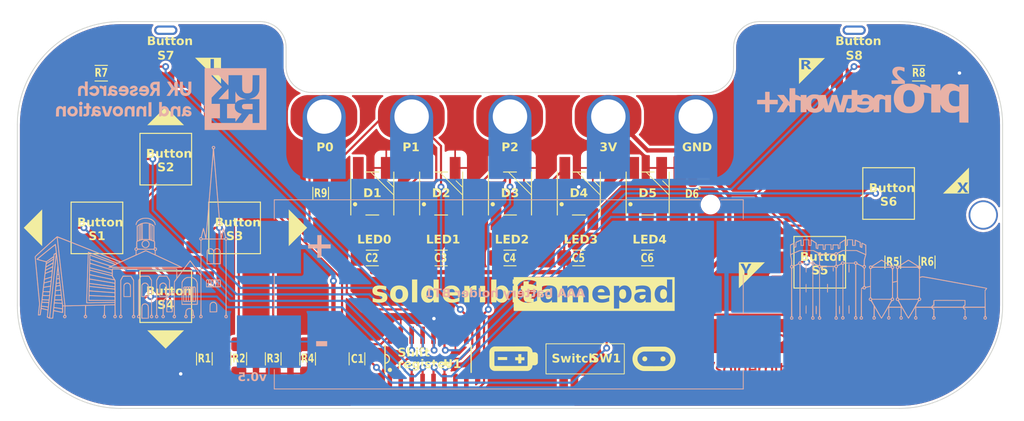
<source format=kicad_pcb>
(kicad_pcb (version 20240108) (generator "pcbnew") (generator_version "8.0")
  (title_block (title "solder:bit Gamepad soldering kit (with bumpers)") (date "2024-06-25") (rev "v0.5") (company "Lancaster University") (comment 1 "Aron Eggens"))
  (layers (0 "F.Cu" signal) (31 "B.Cu" signal) (34 "B.Paste" user) (35 "F.Paste" user) (36 "B.SilkS" user "B.Silkscreen") (37 "F.SilkS" user "F.Silkscreen") (38 "B.Mask" user) (39 "F.Mask" user) (44 "Edge.Cuts" user))
  (net 0 "")
  (net 1 "GND")
  (net 2 "Vubit")
  (net 3 "Net-(D1-DIN)")
  (net 4 "Net-(R1-Pad1)")
  (net 5 "Net-(R2-Pad1)")
  (net 6 "Net-(R3-Pad1)")
  (net 7 "Net-(R4-Pad1)")
  (net 8 "PL{slash}DATA")
  (net 9 "SER")
  (net 10 "CLK")
  (net 11 "BTN1")
  (net 13 "BTN2")
  (net 15 "BTN3")
  (net 17 "BTN4")
  (net 20 "BTN5")
  (net 21 "BTN6")
  (net 22 "Net-(R5-Pad1)")
  (net 23 "Net-(R6-Pad1)")
  (net 24 "BTN7")
  (net 25 "BTN8")
  (net 28 "Net-(BT1-+)")
  (net 29 "Vneo")
  (net 30 "Net-(D1-DOUT)")
  (net 31 "Net-(D2-DOUT)")
  (net 32 "Net-(D3-DOUT)")
  (net 33 "Net-(D4-DOUT)")
  (footprint "Solderbit_Gamepad:NeoPixel_WS2812B" (layer "F.Cu") (at 120.264719 56.514719)
    (property "Reference" "D5")
    (property "Value" "WS2812B" (hide yes))
  )
  (footprint "clipboard:2530302b-2469-4c92-a02c-03a2972aa858" (layer "F.Cu") (at 65.732802 73.080821)
    (property "Reference" "")
    (property "Value" "")
  )
  (footprint "Solderbit_Gamepad:Tactile_Switch" (layer "F.Cu") (at 140.264719 64.514719)
    (property "Reference" "S5")
    (property "Value" "~" (hide yes))
  )
  (footprint "Solderbit_Gamepad:Tactile_Switch_Right_Angle" (layer "F.Cu") (at 144.264719 40.514719)
    (property "Reference" "S8")
    (property "Value" "SW_Push" (hide yes))
  )
  (footprint "Solderbit_Gamepad:1206_Resistor" (layer "F.Cu") (at 72.75 75.75 -90)
    (property "Reference" "R2")
    (property "Value" "100k" (hide yes))
  )
  (footprint "Solderbit_Gamepad:1206_Resistor" (layer "F.Cu") (at 56.764719 42.514719)
    (property "Reference" "R7")
    (property "Value" "100k" (hide yes))
  )
  (footprint "Solderbit_Gamepad:1206_Capacitor" (layer "F.Cu") (at 112.264719 64.014719)
    (property "Reference" "C5")
    (property "Value" "100nF" (hide yes))
  )
  (footprint "Solderbit_Gamepad:1206_Resistor" (layer "F.Cu") (at 82.264719 56.514719 90)
    (property "Reference" "R9")
    (property "Value" "300Ω" (hide yes))
  )
  (footprint "clipboard:7ef0c00c-865a-4d4a-b67e-d24925b7692a" (layer "F.Cu") (at 138.9 41)
    (property "Reference" "")
    (property "Value" "")
  )
  (footprint "clipboard:eb6b9f81-2bd5-4935-ac84-cf1cb09f0a3b" (layer "F.Cu") (at 63.769181 46.918188)
    (property "Reference" "")
    (property "Value" "")
  )
  (footprint "Solderbit_Gamepad:Schottky_Diode_SOD-323" (layer "F.Cu") (at 125.5 56.5 -90)
    (property "Reference" "D6")
    (property "Value" "D_Schottky" (hide yes))
  )
  (footprint "Solderbit_Gamepad:Tactile_Switch" (layer "F.Cu") (at 148.264719 56.514719)
    (property "Reference" "S6")
    (property "Value" "~" (hide yes))
  )
  (footprint "Solderbit_Gamepad:Tactile_Switch" (layer "F.Cu") (at 56.264719 60.514719)
    (property "Reference" "S1")
    (property "Value" "~" (hide yes))
  )
  (footprint "clipboard:f35a52af-685d-4dbc-bad2-5c89170f1274" (layer "F.Cu") (at 48.5 59.770172)
    (property "Reference" "")
    (property "Value" "")
  )
  (footprint "Solderbit_Gamepad:Tactile_Switch_Right_Angle" (layer "F.Cu") (at 64.264719 40.514719)
    (property "Reference" "S7")
    (property "Value" "SW_Push" (hide yes))
  )
  (footprint "Solderbit_Gamepad:1206_Capacitor" (layer "F.Cu") (at 86.485281 75.75 90)
    (property "Reference" "C1")
    (property "Value" "1uF" (hide yes))
  )
  (footprint "Solderbit_Gamepad:LSS_L" (layer "F.Cu") (at 148.264719 66.514719)
    (property "Reference" "G5" (hide yes))
    (property "Value" "~" (hide yes))
  )
  (footprint "clipboard:d516af6b-2eaf-415c-a72b-82543e7ff2ee" (layer "F.Cu") (at 133.370645 64.519768)
    (property "Reference" "")
    (property "Value" "")
  )
  (footprint "clipboard:447a6eb8-5143-46bc-a893-9c0e9147b170" (layer "F.Cu") (at 156 56.4)
    (property "Reference" "")
    (property "Value" "")
  )
  (footprint "Solderbit_Gamepad:NeoPixel_WS2812B" (layer "F.Cu") (at 88.264719 56.514719)
    (property "Reference" "D1")
    (property "Value" "WS2812B" (hide yes))
  )
  (footprint "Solderbit_Gamepad:1206_Capacitor" (layer "F.Cu") (at 104.264719 64.014719)
    (property "Reference" "C4")
    (property "Value" "100nF" (hide yes))
  )
  (footprint "clipboard:4f59e82c-baf0-4beb-a700-d93e24cfaf47" (layer "F.Cu") (at 78.559869 60.15)
    (property "Reference" "")
    (property "Value" "")
  )
  (footprint "Solderbit_Gamepad:Shift_Register_74HC165D" (layer "F.Cu") (at 94.75 75.75)
    (property "Reference" "U1")
    (property "Value" "Val**" (hide yes))
  )
  (footprint "Solderbit_Gamepad:Tactile_Switch" (layer "F.Cu") (at 64.264719 52.514719)
    (property "Reference" "S2")
    (property "Value" "~" (hide yes))
  )
  (footprint "Solderbit_Gamepad:1206_Resistor" (layer "F.Cu") (at 148.75 64.5 -90)
    (property "Reference" "R5")
    (property "Value" "100k" (hide yes))
  )
  (footprint "Solderbit_Gamepad:NeoPixel_WS2812B" (layer "F.Cu") (at 112.264719 56.514719)
    (property "Reference" "D4")
    (property "Value" "WS2812B" (hide yes))
  )
  (footprint "Solderbit_Gamepad:1206_Resistor" (layer "F.Cu") (at 152.75 64.5 -90)
    (property "Reference" "R6")
    (property "Value" "100k" (hide yes))
  )
  (footprint "Solderbit_Gamepad:UKRI_Logo" (layer "F.Cu") (at 63.764719 45.514719)
    (property "Reference" "G4" (hide yes))
    (property "Value" "~" (hide yes))
  )
  (footprint "Solderbit_Gamepad:1206_Resistor" (layer "F.Cu") (at 80.75 75.75 -90)
    (property "Reference" "R4")
    (property "Value" "100k" (hide yes))
  )
  (footprint "Solderbit_Gamepad:1206_Capacitor" (layer "F.Cu") (at 88.264719 64.014719)
    (property "Reference" "C2")
    (property "Value" "1uF" (hide yes))
  )
  (footprint "Solderbit_Gamepad:LSS_R" (layer "F.Cu") (at 60.264719 61.014719)
    (property "Reference" "G6" (hide yes))
    (property "Value" "~" (hide yes))
  )
  (footprint "Solderbit_Gamepad:1206_Resistor" (layer "F.Cu") (at 68.75 75.75 -90)
    (property "Reference" "R1")
    (property "Value" "100k" (hide yes))
  )
  (footprint "Solderbit_Gamepad:Devices-Lab_Logo_H9mm" (layer "F.Cu") (at 136.5 74.9)
    (property "Reference" "G1" (hide yes))
    (property "Value" "~" (hide yes))
  )
  (footprint "Solderbit_Gamepad:Pro2_Logo" (layer "F.Cu") (at 145.497553 46.937217)
    (property "Reference" "G2" (hide yes))
    (property "Value" "~" (hide yes))
  )
  (footprint "Solderbit_Gamepad:1206_Capacitor" (layer "F.Cu") (at 120.264719 64.014719)
    (property "Reference" "C6")
    (property "Value" "100nF" (hide yes))
  )
  (footprint "clipboard:3a223a59-e2f8-418b-9e6a-e43a3431079a" (layer "F.Cu") (at 70.680662 40.720329)
    (property "Reference" "")
    (property "Value" "")
  )
  (footprint "Solderbit_Gamepad:NeoPixel_WS2812B" (layer "F.Cu") (at 104.264719 56.514719)
    (property "Reference" "D3")
    (property "Value" "WS2812B" (hide yes))
  )
  (footprint "Solderbit_Gamepad:Battery_Holder" (layer "F.Cu") (at 104.125 68.25)
    (property "Reference" "BT1" (hide yes))
    (property "Value" "Battery" (hide yes))
  )
  (footprint "Solderbit_Gamepad:Tactile_Switch" (layer "F.Cu") (at 64.264719 68.514719)
    (property "Reference" "S4")
    (property "Value" "~" (hide yes))
  )
  (footprint "Solderbit_Gamepad:Sliding_Switch_DPDT" (layer "F.Cu") (at 113 75.75)
    (property "Reference" "SW1")
    (property "Value" "DPDT" (hide yes))
  )
  (footprint "Solderbit_Gamepad:1206_Resistor" (layer "F.Cu") (at 76.75 75.75 -90)
    (property "Reference" "R3")
    (property "Value" "100k" (hide yes))
  )
  (footprint "Solderbit_Gamepad:NeoPixel_WS2812B" (layer "F.Cu") (at 96.264719 56.514719)
    (property "Reference" "D2")
    (property "Value" "WS2812B" (hide yes))
  )
  (footprint "Solderbit_Gamepad:1206_Capacitor" (layer "F.Cu") (at 96.264719 64.014719)
    (property "Reference" "C3")
    (property "Value" "1uF" (hide yes))
  )
  (footprint "Solderbit_Gamepad:Tactile_Switch" (layer "F.Cu") (at 72.264719 60.514719)
    (property "Reference" "S3")
    (property "Value" "~" (hide yes))
  )
  (footprint "Solderbit_Gamepad:Microbit_Edge_Connector" (layer "F.Cu") (at 104.264719 47.564719)
    (property "Reference" "J1" (hide yes))
    (property "Value" "~" (hide yes))
  )
  (footprint "Solderbit_Gamepad:Key_Chain_Hole" (layer "F.Cu") (at 159.264719 59.014719)
    (property "Reference" "G3" (hide yes))
    (property "Value" "~" (hide yes))
  )
  (footprint "Solderbit_Gamepad:1206_Resistor" (layer "F.Cu") (at 151.764719 42.514719 180)
    (property "Reference" "R8")
    (property "Value" "100k" (hide yes))
  )
  (gr_arc (start 75.2499 36.514719) (mid 77.371301 37.393407) (end 78.25 39.492755) (stroke (width 0.1)) (layer "Edge.Cuts"))
  (gr_line (start 133.260392 36.514719) (end 149.5147 36.514719) (stroke (width 0.1)) (layer "Edge.Cuts"))
  (gr_line (start 127.25 44.764719) (end 81.25 44.764719) (stroke (width 0.1)) (layer "Edge.Cuts"))
  (gr_arc (start 149.5147 36.514719) (mid 158 40.029438) (end 161.514719 48.514719) (stroke (width 0.1)) (layer "Edge.Cuts"))
  (gr_line (start 130.25 41.7647) (end 130.25 39.5147) (stroke (width 0.1)) (layer "Edge.Cuts"))
  (gr_line (start 161.514719 48.514719) (end 161.514719 69.51472) (stroke (width 0.1)) (layer "Edge.Cuts"))
  (gr_arc (start 161.514719 69.51472) (mid 158.000001 78.000001) (end 149.51472 81.514719) (stroke (width 0.1)) (layer "Edge.Cuts"))
  (gr_arc (start 81.25 44.764719) (mid 79.128661 43.886047) (end 78.25 41.764719) (stroke (width 0.1)) (layer "Edge.Cuts"))
  (gr_line (start 47.014719 48.51472) (end 47.014719 69.51472) (stroke (width 0.1)) (layer "Edge.Cuts"))
  (gr_line (start 149.51472 81.514719) (end 59.01472 81.514719) (stroke (width 0.1)) (layer "Edge.Cuts"))
  (gr_line (start 127.25 44.7647) (end 127.25 44.764719) (stroke (width 0.1)) (layer "Edge.Cuts"))
  (gr_arc (start 47.014719 48.51472) (mid 50.529438 40.029438) (end 59.01472 36.514719) (stroke (width 0.1)) (layer "Edge.Cuts"))
  (gr_line (start 78.25 41.764719) (end 78.25 39.492755) (stroke (width 0.1)) (layer "Edge.Cuts"))
  (gr_arc (start 130.25 39.5147) (mid 131.128674 37.393393) (end 133.260392 36.514719) (stroke (width 0.1)) (layer "Edge.Cuts"))
  (gr_arc (start 59.01472 81.514719) (mid 50.529439 78) (end 47.014719 69.51472) (stroke (width 0.1)) (layer "Edge.Cuts"))
  (gr_arc (start 130.25 41.7647) (mid 129.371315 43.886034) (end 127.25 44.7647) (stroke (width 0.1)) (layer "Edge.Cuts"))
  (gr_line (start 75.2499 36.514719) (end 59.01472 36.514719) (stroke (width 0.1)) (layer "Edge.Cuts"))
  (gr_text "v0.5" (at 76 78.5 0) (layer "B.SilkS") (effects (font (size 1 1) (thickness 0.25) (bold yes)) (justify left bottom mirror)))
  (gr_text "solder:bit" (at 88.1 69.6 0) (layer "F.SilkS") (effects (font (size 2.5 2.5) (thickness 0.5) (bold yes)) (justify left bottom)))
  (gr_text "LED3" (at 110.5 62.5 0) (layer "F.SilkS") (effects (font (size 1 1) (thickness 0.2) (bold yes)) (justify left bottom)))
  (gr_text "LED2" (at 102.5 62.5 0) (layer "F.SilkS") (effects (font (size 1 1) (thickness 0.2) (bold yes)) (justify left bottom)))
  (gr_text "LED4" (at 118.5 62.5 0) (layer "F.SilkS") (effects (font (size 1 1) (thickness 0.2) (bold yes)) (justify left bottom)))
  (gr_text "Gamepad" (at 104.8 69.6 0) (layer "F.SilkS" knockout) (effects (font (size 2.5 2.5) (thickness 0.5) (bold yes)) (justify left bottom)))
  (gr_text "LED0" (at 86.5 62.5 0) (layer "F.SilkS") (effects (font (size 1 1) (thickness 0.2) (bold yes)) (justify left bottom)))
  (gr_text "LED1" (at 94.5 62.5 0) (layer "F.SilkS") (effects (font (size 1 1) (thickness 0.2) (bold yes)) (justify left bottom)))
  (segment (start 97.9212 72.2667) (end 97.9212 73.00505) (width 0.25) (layer "F.Cu") (net 1))
  (segment (start 156.485281 42.514719) (end 156.5 42.5) (width 0.25) (layer "F.Cu") (net 1))
  (segment (start 68.75 77.45) (end 66.05 77.45) (width 0.25) (layer "F.Cu") (net 1))
  (segment (start 153.464719 42.514719) (end 156.485281 42.514719) (width 0.25) (layer "F.Cu") (net 1))
  (segment (start 95.426577 71.066179) (end 96.720679 71.066179) (width 0.25) (layer "F.Cu") (net 1))
  (segment (start 66.05 77.45) (end 66 77.5) (width 0.25) (layer "F.Cu") (net 1))
  (segment (start 96.720679 71.066179) (end 97.9212 72.2667) (width 0.25) (layer "F.Cu") (net 1))
  (via (at 95.426577 71.066179) (size 0.8) (drill 0.4) (layers "F.Cu" "B.Cu") (net 1))
  (via (at 112.25 55.75) (size 0.8) (drill 0.4) (layers "F.Cu" "B.Cu") (net 1))
  (via (at 156.5 42.5) (size 0.8) (drill 0.4) (layers "F.Cu" "B.Cu") (net 1))
  (via (at 66 77.5) (size 0.8) (drill 0.4) (layers "F.Cu" "B.Cu") (net 1))
  (segment (start 144.814719 62.264719) (end 143.264719 62.264719) (width 0.25) (layer "F.Cu") (net 2))
  (segment (start 123.5 51.5) (end 125.5 53.5) (width 0.5) (layer "F.Cu") (net 2))
  (segment (start 89.25625 74.05) (end 90.3012 73.00505) (width 0.25) (layer "F.Cu") (net 2))
  (segment (start 120.25 51.5) (end 123.5 51.5) (width 0.5) (layer "F.Cu") (net 2))
  (segment (start 84.75 66.5) (end 76.814719 58.564719) (width 0.25) (layer "F.Cu") (net 2))
  (segment (start 143.264719 62.264719) (end 141.25 60.25) (width 0.25) (layer "F.Cu") (net 2))
  (segment (start 86.485281 74.05) (end 89.25625 74.05) (width 0.25) (layer "F.Cu") (net 2))
  (segment (start 66.05 41.75) (end 66.264719 41.964719) (width 0.25) (layer "F.Cu") (net 2))
  (segment (start 116.314719 47.564719) (end 120.25 51.5) (width 0.5) (layer "F.Cu") (net 2))
  (segment (start 68.814719 50.264719) (end 60.814719 58.264719) (width 0.25) (layer "F.Cu") (net 2))
  (segment (start 142.264719 41.964719) (end 142.264719 47.235281) (width 0.25) (layer "F.Cu") (net 2))
  (segment (start 142.264719 47.235281) (end 132.75 56.75) (width 0.25) (layer "F.Cu") (net 2))
  (segment (start 141.25 60.25) (end 136.25 60.25) (width 0.25) (layer "F.Cu") (net 2))
  (segment (start 132.75 56.75) (end 129.75 56.75) (width 0.25) (layer "F.Cu") (net 2))
  (segment (start 68.814719 50.264719) (end 68.814719 44.514719) (width 0.25) (layer "F.Cu") (net 2))
  (segment (start 115.5 72.5) (end 120.414214 72.5) (width 0.5) (layer "F.Cu") (net 2))
  (segment (start 115.5 72.5) (end 115.5 74.5) (width 0.25) (layer "F.Cu") (net 2))
  (segment (start 86.485281 74.485281) (end 86.485281 74.05) (width 0.25) (layer "F.Cu") (net 2))
  (segment (start 120.414214 72.5) (end 129.75 63.164214) (width 0.5) (layer "F.Cu") (net 2))
  (segment (start 144.814719 62.264719) (end 152.814719 54.264719) (width 0.25) (layer "F.Cu") (net 2))
  (segment (start 84.75 72.314719) (end 84.75 66.5) (width 0.25) (layer "F.Cu") (net 2))
  (segment (start 129.75 63.164214) (end 129.75 56.75) (width 0.5) (layer "F.Cu") (net 2))
  (segment (start 129.75 56.75) (end 128.125 55.125) (width 0.5) (layer "F.Cu") (net 2))
  (segment (start 68.814719 44.514719) (end 66.653628 42.353628) (width 0.25) (layer "F.Cu") (net 2))
  (segment (start 60.814719 58.264719) (end 68.814719 66.264719) (width 0.25) (layer "F.Cu") (net 2))
  (segment (start 128.125 55.125) (end 125.5 55.125) (width 0.5) (layer "F.Cu") (net 2))
  (segment (start 136.25 60.25) (end 132.75 56.75) (width 0.25) (layer "F.Cu") (net 2))
  (segment (start 125.5 53.5) (end 125.5 55.125) (width 0.5) (layer "F.Cu") (net 2))
  (segment (start 76.814719 58.264719) (end 68.814719 50.264719) (width 0.25) (layer "F.Cu") (net 2))
  (segment (start 76.814719 58.564719) (end 76.814719 58.264719) (width 0.25) (layer "F.Cu") (net 2))
  (segment (start 86.485281 74.05) (end 84.75 72.314719) (width 0.25) (layer "F.Cu") (net 2))
  (segment (start 115.694719 47.564719) (end 116.314719 47.564719) (width 0.5) (layer "F.Cu") (net 2))
  (segment (start 88.75 76.75) (end 86.485281 74.485281) (width 0.25) (layer "F.Cu") (net 2))
  (via (at 88.75 76.75) (size 0.8) (drill 0.4) (layers "F.Cu" "B.Cu") (net 2))
  (via (at 115.5 74.5) (size 0.8) (drill 0.4) (layers "F.Cu" "B.Cu") (net 2))
  (segment (start 90.525 78.525) (end 88.75 76.75) (width 0.25) (layer "B.Cu") (net 2))
  (segment (start 115.5 74.5) (end 111.475 78.525) (width 0.25) (layer "B.Cu") (net 2))
  (segment (start 111.475 78.525) (end 90.525 78.525) (width 0.25) (layer "B.Cu") (net 2))
  (segment (start 86.639719 55.610281) (end 86.639719 53.539719) (width 0.25) (layer "F.Cu") (net 3))
  (segment (start 82.264719 58.214719) (end 84.035281 58.214719) (width 0.25) (layer "F.Cu") (net 3))
  (segment (start 84.035281 58.214719) (end 86.639719 55.610281) (width 0.25) (layer "F.Cu") (net 3))
  (segment (start 68.75 74) (end 64.75 70) (width 0.25) (layer "F.Cu") (net 4))
  (segment (start 64.75 66.7) (end 60.814719 62.764719) (width 0.25) (layer "F.Cu") (net 4))
  (segment (start 64.75 70) (end 64.75 66.7) (width 0.25) (layer "F.Cu") (net 4))
  (segment (start 68.75 74.05) (end 68.75 74) (width 0.25) (layer "F.Cu") (net 4))
  (segment (start 72.75 74.05) (end 72.75 58.7) (width 0.25) (layer "F.Cu") (net 5))
  (segment (start 72.75 58.7) (end 68.814719 54.764719) (width 0.25) (layer "F.Cu") (net 5))
  (segment (start 76.75 62.829438) (end 76.814719 62.764719) (width 0.25) (layer "F.Cu") (net 6))
  (segment (start 76.75 74.05) (end 76.75 62.829438) (width 0.25) (layer "F.Cu") (net 6))
  (segment (start 71.796358 75.475) (end 70.25 73.928642) (width 0.25) (layer "F.Cu") (net 7))
  (segment (start 70.25 73.928642) (end 70.25 72.2) (width 0.25) (layer "F.Cu") (net 7))
  (segment (start 80.75 74.05) (end 79.325 75.475) (width 0.25) (layer "F.Cu") (net 7))
  (segment (start 70.25 72.2) (end 68.814719 70.764719) (width 0.25) (layer "F.Cu") (net 7))
  (segment (start 79.325 75.475) (end 71.796358 75.475) (width 0.25) (layer "F.Cu") (net 7))
  (segment (start 92.3078 75.75) (end 98.534 75.75) (width 0.25) (layer "F.Cu") (net 8))
  (segment (start 90.3012 77.7566) (end 92.3078 75.75) (width 0.25) (layer "F.Cu") (net 8))
  (segment (start 96.25 55.75) (end 96.25 50.98) (width 0.25) (layer "F.Cu") (net 8))
  (segment (start 98.534 75.75) (end 99.8829 74.4011) (width 0.25) (layer "F.Cu") (net 8))
  (segment (start 90.3012 78.49495) (end 90.3012 77.7566) (width 0.25) (layer "F.Cu") (net 8))
  (segment (start 96.25 50.98) (end 92.834719 47.564719) (width 0.25) (layer "F.Cu") (net 8))
  (segment (start 82.264719 54.814719) (end 89.514719 47.564719) (width 0.25) (layer "F.Cu") (net 8))
  (segment (start 89.514719 47.564719) (end 92.834719 47.564719) (width 0.25) (layer "F.Cu") (net 8))
  (segment (start 99.8829 74.4011) (end 99.8829 71.3829) (width 0.25) (layer "F.Cu") (net 8))
  (segment (start 99.8829 71.3829) (end 98.5 70) (width 0.25) (layer "F.Cu") (net 8))
  (via (at 98.5 70) (size 0.8) (drill 0.4) (layers "F.Cu" "B.Cu") (net 8))
  (via (at 96.25 55.75) (size 0.8) (drill 0.4) (layers "F.Cu" "B.Cu") (net 8))
  (segment (start 96.25 67.75) (end 98.5 70) (width 0.25) (layer "B.Cu") (net 8))
  (segment (start 96.25 55.75) (end 96.25 67.75) (width 0.25) (layer "B.Cu") (net 8))
  (segment (start 99.1912 72.5588) (end 99.25 72.5) (width 0.25) (layer "F.Cu") (net 9))
  (segment (start 99.1912 72.2667) (end 96.9245 70) (width 0.25) (layer "F.Cu") (net 9))
  (segment (start 99.1912 73.00505) (end 99.00505 73.00505) (width 0.25) (layer "F.Cu") (net 9))
  (segment (start 99.1912 73.00505) (end 99.1912 72.2667) (width 0.25) (layer "F.Cu") (net 9))
  (segment (start 99.1912 73.00505) (end 99.1912 72.5588) (width 0.25) (layer "F.Cu") (net 9))
  (segment (start 85.3 68.05) (end 85.3 66.272182) (width 0.25) (layer "F.Cu") (net 9))
  (segment (start 87.25 70) (end 85.3 68.05) (width 0.25) (layer "F.Cu") (net 9))
  (segment (start 96.9245 70) (end 87.25 70) (width 0.25) (layer "F.Cu") (net 9))
  (segment (start 80.964719 61.936901) (end 80.964719 48.532257) (width 0.25) (layer "F.Cu") (net 9))
  (segment (start 85.3 66.272182) (end 80.964719 61.936901) (width 0.25) (layer "F.Cu") (net 9))
  (segment (start 99.00505 73.00505) (end 99 73) (width 0.25) (layer "F.Cu") (net 9))
  (segment (start 80.964719 48.532257) (end 82.303488 47.193488) (width 0.25) (layer "F.Cu") (net 9))
  (segment (start 101.25 70.5) (end 101.25 78.5579) (width 0.25) (layer "F.Cu") (net 10))
  (segment (start 101.75 70) (end 101.25 70.5) (width 0.25) (layer "F.Cu") (net 10))
  (segment (start 101.25 78.5579) (end 99.8079 80) (width 0.25) (layer "F.Cu") (net 10))
  (segment (start 91.5712 79.5712) (end 91.5712 78.49495) (width 0.25) (layer "F.Cu") (net 10))
  (segment (start 104.264719 55.75) (end 104.264719 47.564719) (width 0.25) (layer "F.Cu") (net 10))
  (segment (start 99.8079 80) (end 92 80) (width 0.25) (layer "F.Cu") (net 10))
  (segment (start 92 80) (end 91.5712 79.5712) (width 0.25) (layer "F.Cu") (net 10))
  (via (at 101.75 70) (size 0.8) (drill 0.4) (layers "F.Cu" "B.Cu") (net 10))
  (via (at 104.264719 55.75) (size 0.8) (drill 0.4) (layers "F.Cu" "B.Cu") (net 10))
  (segment (start 104.264719 57.735281) (end 104.264719 55.75) (width 0.25) (layer "B.Cu") (net 10))
  (segment (start 101.75 60.25) (end 104.264719 57.735281) (width 0.25) (layer "B.Cu") (net 10))
  (segment (start 101.75 70) (end 101.75 60.25) (width 0.25) (layer "B.Cu") (net 10))
  (segment (start 52.485281 62.764719) (end 51.714719 62.764719) (width 0.25) (layer "F.Cu") (net 11))
  (segment (start 53.979438 60.5) (end 54.75 60.5) (width 0.25) (layer "F.Cu") (net 11))
  (segment (start 92.8412 78.49495) (end 92.8412 76.758791) (width 0.25) (layer "F.Cu") (net 11))
  (segment (start 51.714719 62.764719) (end 53.979438 60.5) (width 0.25) (layer "F.Cu") (net 11))
  (segment (start 92.8412 76.758791) (end 92.849991 76.75) (width 0.25) (layer "F.Cu") (net 11))
  (via (at 92.849991 76.75) (size 0.8) (drill 0.4) (layers "F.Cu" "B.Cu") (net 11))
  (via (at 54.75 60.5) (size 0.8) (drill 0.4) (layers "F.Cu" "B.Cu") (net 11))
  (segment (start 71.75 69) (end 68.25 65.5) (width 0.25) (layer "B.Cu") (net 11))
  (segment (start 92.81066 76.75) (end 85.06066 69) (width 0.25) (layer "B.Cu") (net 11))
  (segment (start 85.06066 69) (end 71.75 69) (width 0.25) (layer "B.Cu") (net 11))
  (segment (start 92.849991 76.75) (end 92.81066 76.75) (width 0.25) (layer "B.Cu") (net 11))
  (segment (start 59.75 65.5) (end 54.75 60.5) (width 0.25) (layer "B.Cu") (net 11))
  (segment (start 68.25 65.5) (end 59.75 65.5) (width 0.25) (layer "B.Cu") (net 11))
  (segment (start 61.979438 52.5) (end 59.714719 54.764719) (width 0.25) (layer "F.Cu") (net 13))
  (segment (start 62.75 52.5) (end 61.979438 52.5) (width 0.25) (layer "F.Cu") (net 13))
  (segment (start 92.8412 73.00505) (end 92.8412 74.741209) (width 0.25) (layer "F.Cu") (net 13))
  (segment (start 92.8412 74.741209) (end 92.849991 74.75) (width 0.25) (layer "F.Cu") (net 13))
  (via (at 62.75 52.5) (size 0.8) (drill 0.4) (layers "F.Cu" "B.Cu") (net 13))
  (via (at 92.849991 74.75) (size 0.8) (drill 0.4) (layers "F.Cu" "B.Cu") (net 13))
  (segment (start 72.5 68.25) (end 62.75 58.5) (width 0.25) (layer "B.Cu") (net 13))
  (segment (start 87.93934 68.25) (end 72.5 68.25) (width 0.25) (layer "B.Cu") (net 13))
  (segment (start 92.849991 74.75) (end 92.849991 73.160651) (width 0.25) (layer "B.Cu") (net 13))
  (segment (start 62.75 58.5) (end 62.75 52.5) (width 0.25) (layer "B.Cu") (net 13))
  (segment (start 92.849991 73.160651) (end 87.93934 68.25) (width 0.25) (layer "B.Cu") (net 13))
  (segment (start 94.1112 74.711206) (end 94.149994 74.75) (width 0.25) (layer "F.Cu") (net 15))
  (segment (start 70.5 60.5) (end 69.979438 60.5) (width 0.25) (layer "F.Cu") (net 15))
  (segment (start 94.1112 73.00505) (end 94.1112 74.711206) (width 0.25) (layer "F.Cu") (net 15))
  (segment (start 69.979438 60.5) (end 67.714719 62.764719) (width 0.25) (layer "F.Cu") (net 15))
  (via (at 94.149994 74.75) (size 0.8) (drill 0.4) (layers "F.Cu" "B.Cu") (net 15))
  (via (at 70.5 60.5) (size 0.8) (drill 0.4) (layers "F.Cu" "B.Cu") (net 15))
  (segment (start 72.975 67.5) (end 70.5 65.025) (width 0.25) (layer "B.Cu") (net 15))
  (segment (start 94.149994 73.399994) (end 88.25 67.5) (width 0.25) (layer "B.Cu") (net 15))
  (segment (start 88.25 67.5) (end 72.975 67.5) (width 0.25) (layer "B.Cu") (net 15))
  (segment (start 70.5 65.025) (end 70.5 60.5) (width 0.25) (layer "B.Cu") (net 15))
  (segment (start 94.149994 74.75) (end 94.149994 73.399994) (width 0.25) (layer "B.Cu") (net 15))
  (segment (start 94.1112 78.49495) (end 94.1112 76.788794) (width 0.25) (layer "F.Cu") (net 17))
  (segment (start 60.235281 70.764719) (end 59.714719 70.764719) (width 0.25) (layer "F.Cu") (net 17))
  (segment (start 94.1112 76.788794) (end 94.149994 76.75) (width 0.25) (layer "F.Cu") (net 17))
  (segment (start 59.714719 70.764719) (end 61.979438 68.5) (width 0.25) (layer "F.Cu") (net 17))
  (segment (start 61.979438 68.5) (end 62.5 68.5) (width 0.25) (layer "F.Cu") (net 17))
  (via (at 94.149994 76.75) (size 0.8) (drill 0.4) (layers "F.Cu" "B.Cu") (net 17))
  (via (at 62.5 68.5) (size 0.8) (drill 0.4) (layers "F.Cu" "B.Cu") (net 17))
  (segment (start 94.149994 76.75) (end 94.149994 76.899566) (width 0.25) (layer "B.Cu") (net 17))
  (segment (start 71.43934 69.75) (end 70.18934 68.5) (width 0.25) (layer "B.Cu") (net 17))
  (segment (start 84.75 69.75) (end 71.43934 69.75) (width 0.25) (layer "B.Cu") (net 17))
  (segment (start 93.27456 77.775) (end 92.708264 77.775) (width 0.25) (layer "B.Cu") (net 17))
  (segment (start 70.18934 68.5) (end 62.5 68.5) (width 0.25) (layer "B.Cu") (net 17))
  (segment (start 92.708264 77.775) (end 92.024991 77.091727) (width 0.25) (layer "B.Cu") (net 17))
  (segment (start 94.149994 76.899566) (end 93.27456 77.775) (width 0.25) (layer "B.Cu") (net 17))
  (segment (start 92.024991 77.024991) (end 84.75 69.75) (width 0.25) (layer "B.Cu") (net 17))
  (segment (start 92.024991 77.091727) (end 92.024991 77.024991) (width 0.25) (layer "B.Cu") (net 17))
  (segment (start 95.3812 76.818797) (end 95.449997 76.75) (width 0.25) (layer "F.Cu") (net 20))
  (segment (start 138.75 64.5) (end 137.979438 64.5) (width 0.25) (layer "F.Cu") (net 20))
  (segment (start 95.3812 78.49495) (end 95.3812 76.818797) (width 0.25) (layer "F.Cu") (net 20))
  (segment (start 137.979438 64.5) (end 135.714719 66.764719) (width 0.25) (layer "F.Cu") (net 20))
  (via (at 138.75 64.5) (size 0.8) (drill 0.4) (layers "F.Cu" "B.Cu") (net 20))
  (via (at 95.449997 76.75) (size 0.8) (drill 0.4) (layers "F.Cu" "B.Cu") (net 20))
  (segment (start 97.475 77.775) (end 96.325431 77.775) (width 0.25) (layer "B.Cu") (net 20))
  (segment (start 136.525 59.25) (end 116 59.25) (width 0.25) (layer "B.Cu") (net 20))
  (segment (start 96.325431 77.775) (end 95.449997 76.899566) (width 0.25) (layer "B.Cu") (net 20))
  (segment (start 95.449997 76.899566) (end 95.449997 76.75) (width 0.25) (layer "B.Cu") (net 20))
  (segment (start 138.75 61.475) (end 136.525 59.25) (width 0.25) (layer "B.Cu") (net 20))
  (segment (start 116 59.25) (end 97.475 77.775) (width 0.25) (layer "B.Cu") (net 20))
  (segment (start 138.75 64.5) (end 138.75 61.475) (width 0.25) (layer "B.Cu") (net 20))
  (segment (start 143.514719 58.764719) (end 143.5 58.75) (width 0.25) (layer "F.Cu") (net 21))
  (segment (start 96.6512 78.49495) (end 96.6512 76.8488) (width 0.25) (layer "F.Cu") (net 21))
  (segment (start 143.714719 58.764719) (end 143.514719 58.764719) (width 0.25) (layer "F.Cu") (net 21))
  (segment (start 145.979438 56.5) (end 146.75 56.5) (width 0.25) (layer "F.Cu") (net 21))
  (segment (start 96.6512 76.8488) (end 96.75 76.75) (width 0.25) (layer "F.Cu") (net 21))
  (segment (start 143.714719 58.764719) (end 145.979438 56.5) (width 0.25) (layer "F.Cu") (net 21))
  (via (at 146.75 56.5) (size 0.8) (drill 0.4) (layers "F.Cu" "B.Cu") (net 21))
  (via (at 96.75 76.75) (size 0.8) (drill 0.4) (layers "F.Cu" "B.Cu") (net 21))
  (segment (start 117.68934 56.5) (end 97.43934 76.75) (width 0.25) (layer "B.Cu") (net 21))
  (segment (start 97.43934 76.75) (end 96.75 76.75) (width 0.25) (layer "B.Cu") (net 21))
  (segment (start 146.75 56.5) (end 117.68934 56.5) (width 0.25) (layer "B.Cu") (net 21))
  (segment (start 148.75 62.8) (end 148.75 62.829438) (width 0.25) (layer "F.Cu") (net 22))
  (segment (start 148.75 62.829438) (end 144.814719 66.764719) (width 0.25) (layer "F.Cu") (net 22))
  (segment (start 152.75 62.8) (end 152.75 58.829438) (width 0.25) (layer "F.Cu") (net 23))
  (segment (start 152.75 58.829438) (end 152.814719 58.764719) (width 0.25) (layer "F.Cu") (net 23))
  (segment (start 61.714719 42.514719) (end 62.264719 41.964719) (width 0.25) (layer "F.Cu") (net 24))
  (segment (start 95.3812 74.681203) (end 95.449997 74.75) (width 0.25) (layer "F.Cu") (net 24))
  (segment (start 62.479438 41.75) (end 62.264719 41.964719) (width 0.25) (layer "F.Cu") (net 24))
  (segment (start 95.3812 73.00505) (end 95.3812 74.681203) (width 0.25) (layer "F.Cu") (net 24))
  (segment (start 58.464719 42.514719) (end 61.714719 42.514719) (width 0.25) (layer "F.Cu") (net 24))
  (segment (start 64.25 41.75) (end 62.479438 41.75) (width 0.25) (layer "F.Cu") (net 24))
  (via (at 95.449997 74.75) (size 0.8) (drill 0.4) (layers "F.Cu" "B.Cu") (net 24))
  (via (at 64.25 41.75) (size 0.8) (drill 0.4) (layers "F.Cu" "B.Cu") (net 24))
  (segment (start 64.25 41.75) (end 64.25 42.43934) (width 0.25) (layer "B.Cu") (net 24))
  (segment (start 64.25 42.43934) (end 95.449997 73.639337) (width 0.25) (layer "B.Cu") (net 24))
  (segment (start 95.449997 73.639337) (end 95.449997 74.75) (width 0.25) (layer "B.Cu") (net 24))
  (segment (start 144.25 41.75) (end 146.05 41.75) (width 0.25) (layer "F.Cu") (net 25))
  (segment (start 146.814719 42.514719) (end 146.264719 41.964719) (width 0.25) (layer "F.Cu") (net 25))
  (segment (start 146.05 41.75) (end 146.264719 41.964719) (width 0.25) (layer "F.Cu") (net 25))
  (segment (start 96.6512 74.6512) (end 96.75 74.75) (width 0.25) (layer "F.Cu") (net 25))
  (segment (start 150.064719 42.514719) (end 146.814719 42.514719) (width 0.25) (layer "F.Cu") (net 25))
  (segment (start 96.6512 73.00505) (end 96.6512 74.6512) (width 0.25) (layer "F.Cu") (net 25))
  (via (at 96.75 74.75) (size 0.8) (drill 0.4) (layers "F.Cu" "B.Cu") (net 25))
  (via (at 144.25 41.75) (size 0.8) (drill 0.4) (layers "F.Cu" "B.Cu") (net 25))
  (segment (start 130 56) (end 144.25 41.75) (width 0.25) (layer "B.Cu") (net 25))
  (segment (start 117.12868 56) (end 130 56) (width 0.25) (layer "B.Cu") (net 25))
  (segment (start 96.75 74.75) (end 98.37868 74.75) (width 0.25) (layer "B.Cu") (net 25))
  (segment (start 98.37868 74.75) (end 117.12868 56) (width 0.25) (layer "B.Cu") (net 25))
  (segment (start 83.75 66.675) (end 83.75 78.25) (width 0.5) (layer "F.Cu") (net 28))
  (segment (start 111.325 80.675) (end 113 79) (width 0.5) (layer "F.Cu") (net 28))
  (segment (start 86.175 80.675) (end 111.325 80.675) (width 0.5) (layer "F.Cu") (net 28))
  (segment (start 83.75 78.25) (end 86.175 80.675) (width 0.5) (layer "F.Cu") (net 28))
  (via (at 83.75 66.675) (size 0.8) (drill 0.4) (layers "F.Cu" "B.Cu") (net 28))
  (segment (start 83.75 65.925) (end 80.575 62.75) (width 0.5) (layer "B.Cu") (net 28))
  (segment (start 80.575 62.75) (end 76.25 62.75) (width 0.5) (layer "B.Cu") (net 28))
  (segment (start 83.75 66.675) (end 83.75 65.925) (width 0.5) (layer "B.Cu") (net 28))
  (segment (start 120.164719 65.664719) (end 118.6 65.664719) (width 0.5) (layer "F.Cu") (net 29))
  (segment (start 118.564719 64.014719) (end 118.564719 65.629438) (width 0.25) (layer "F.Cu") (net 29))
  (segment (start 94.564719 65.6) (end 94.5 65.664719) (width 0.25) (layer "F.Cu") (net 29))
  (segment (start 118.564719 65.629438) (end 118.6 65.664719) (width 0.25) (layer "F.Cu") (net 29))
  (segment (start 110.564719 59.564719) (end 110.639719 59.489719) (width 0.25) (layer "F.Cu") (net 29))
  (segment (start 102.564719 64.014719) (end 102.564719 59.564719) (width 0.25) (layer "F.Cu") (net 29))
  (segment (start 110.564719 64.014719) (end 110.564719 59.564719) (width 0.25) (layer "F.Cu") (net 29))
  (segment (start 110.5 77) (end 113 74.5) (width 0.5) (layer "F.Cu") (net 29))
  (segment (start 86.564719 59.564719) (end 86.639719 59.489719) (width 0.25) (layer "F.Cu") (net 29))
  (segment (start 120 70.75) (end 121.5 69.25) (width 0.5) (layer "F.Cu") (net 29))
  (segment (start 94.564719 64.014719) (end 94.564719 59.564719) (width 0.25) (layer "F.Cu") (net 29))
  (segment (start 102.564719 59.564719) (end 102.639719 59.489719) (width 0.25) (layer "F.Cu") (net 29))
  (segment (start 86.585281 64.014719) (end 88.235281 65.664719) (width 0.25) (layer "F.Cu") (net 29))
  (segment (start 94.564719 59.564719) (end 94.639719 59.489719) (width 0.25) (layer "F.Cu") (net 29))
  (segment (start 125.5 63.063258) (end 121.563258 67) (width 0.5) (layer "F.Cu") (net 29))
  (segment (start 102.564719 64.014719) (end 102.564719 65.529438) (width 0.25) (layer "F.Cu") (net 29))
  (segment (start 118.6 65.664719) (end 110.6 65.664719) (width 0.5) (layer "F.Cu") (net 29))
  (segment (start 118.564719 59.564719) (end 118.639719 59.489719) (width 0.25) (layer "F.Cu") (net 29))
  (segment (start 118.564719 64.014719) (end 118.564719 59.564719) (width 0.25) (layer "F.Cu") (net 29))
  (segment (start 102.564719 65.529438) (end 102.7 65.664719) (width 0.25) (layer "F.Cu") (net 29))
  (segment (start 110.5 79) (end 110.5 77) (width 0.5) (layer "F.Cu") (net 29))
  (segment (start 110.564719 64.014719) (end 110.564719 65.629438) (width 0.25) (layer "F.Cu") (net 29))
  (segment (start 113 72) (end 114.25 70.75) (width 0.5) (layer "F.Cu") (net 29))
  (segment (start 86.564719 64.014719) (end 86.564719 59.564719) (width 0.25) (layer "F.Cu") (net 29))
  (segment (start 121.563258 67) (end 121.5 67) (width 0.5) (layer "F.Cu") (net 29))
  (segment (start 110.564719 65.629438) (end 110.6 65.664719) (width 0.25) (layer "F.Cu") (net 29))
  (segment (start 121.5 67) (end 120.164719 65.664719) (width 0.5) (layer "F.Cu") (net 29))
  (segment (start 94.5 65.664719) (end 88.235281 65.664719) (width 0.5) (layer "F.Cu") (net 29))
  (segment (start 113 72.5) (end 113 72) (width 0.5) (layer "F.Cu") (net 29))
  (segment (start 125.5 57.875) (end 125.5 63.063258) (width 0.5) (layer "F.Cu") (net 29))
  (segment (start 102.7 65.664719) (end 94.5 65.664719) (width 0.5) (layer "F.Cu") (net 29))
  (segment (start 114.25 70.75) (end 120 70.75) (width 0.5) (layer "F.Cu") (net 29))
  (segment (start 113 74.5) (end 113 72.5) (width 0.5) (layer "F.Cu") (net 29))
  (segment (start 86.564719 64.014719) (end 86.585281 64.014719) (width 0.25) (layer "F.Cu") (net 29))
  (segment (start 94.564719 64.014719) (end 94.564719 65.6) (width 0.25) (layer "F.Cu") (net 29))
  (segment (start 110.6 65.664719) (end 102.7 65.664719) (width 0.5) (layer "F.Cu") (net 29))
  (segment (start 121.5 69.25) (end 121.5 67) (width 0.5) (layer "F.Cu") (net 29))
  (segment (start 89.889719 59.489719) (end 89.889719 58.289719) (width 0.25) (layer "F.Cu") (net 30))
  (segment (start 89.889719 58.289719) (end 94.639719 53.539719) (width 0.25) (layer "F.Cu") (net 30))
  (segment (start 97.889719 58.289719) (end 102.639719 53.539719) (width 0.25) (layer "F.Cu") (net 31))
  (segment (start 97.889719 59.489719) (end 97.889719 58.289719) (width 0.25) (layer "F.Cu") (net 31))
  (segment (start 105.889719 58.289719) (end 110.639719 53.539719) (width 0.25) (layer "F.Cu") (net 32))
  (segment (start 105.889719 59.489719) (end 105.889719 58.289719) (width 0.25) (layer "F.Cu") (net 32))
  (segment (start 113.889719 59.489719) (end 113.889719 58.289719) (width 0.25) (layer "F.Cu") (net 33))
  (segment (start 113.889719 58.289719) (end 118.639719 53.539719) (width 0.25) (layer "F.Cu") (net 33))
  (zone (net 1) (net_name "GND") (layers "F&B.Cu") (connect_pads (clearance 0.25)) (min_thickness 0.2) (fill yes (thermal_gap 0.75) (thermal_bridge_width 0.2) (island_removal_mode 2) (island_area_min 10))
    (polygon (pts (xy 45 34) (xy 45 83) (xy 164 83) (xy 164 34)))
  )
)
</source>
